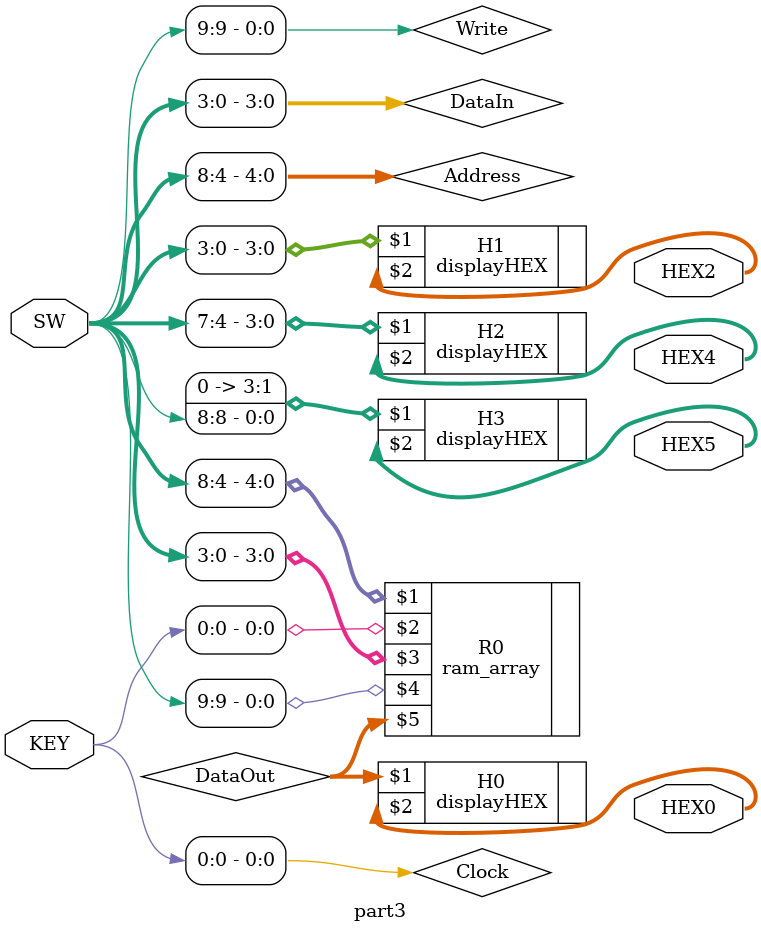
<source format=v>
module part3 (SW, KEY, HEX0, HEX2, HEX4, HEX5);
	input [9:0] SW;
	input [1:0] KEY;
	output [6:0] HEX0, HEX2, HEX4, HEX5;
	
	wire [4:0] Address;
	wire [3:0] DataIn, DataOut;
	wire Clock, Write;

	assign Address = SW[8:4];
	assign DataIn = SW[3:0];
	assign Write = SW[9];
	assign Clock = KEY[0];

	ram_array R0 (Address, Clock, DataIn, Write, DataOut);

	displayHEX H0 (DataOut, HEX0);
	displayHEX H1 (DataIn, HEX2);
	displayHEX H2 (Address[3:0], HEX4);
	displayHEX H3 ({3'b0, Address[4]}, HEX5);
endmodule
</source>
